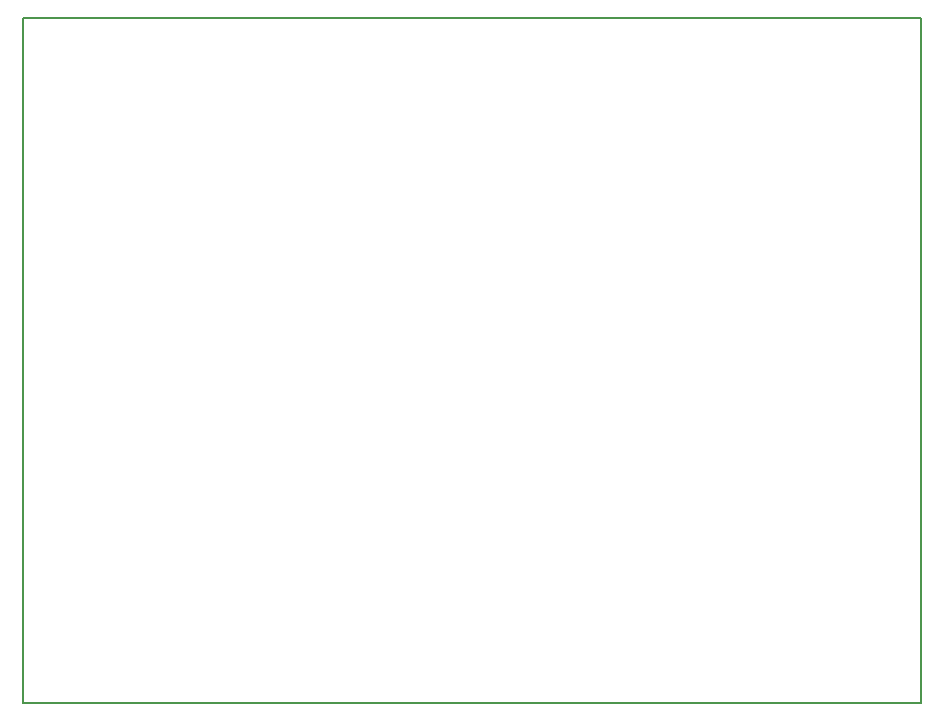
<source format=gbr>
G04 #@! TF.GenerationSoftware,KiCad,Pcbnew,(5.0.1)-4*
G04 #@! TF.CreationDate,2020-12-17T18:24:53+01:00*
G04 #@! TF.ProjectId,controller_water_ballon_linky_connected,636F6E74726F6C6C65725F7761746572,rev?*
G04 #@! TF.SameCoordinates,PX4c4b400PY632ea00*
G04 #@! TF.FileFunction,Profile,NP*
%FSLAX46Y46*%
G04 Gerber Fmt 4.6, Leading zero omitted, Abs format (unit mm)*
G04 Created by KiCad (PCBNEW (5.0.1)-4) date 17/12/2020 18:24:53*
%MOMM*%
%LPD*%
G01*
G04 APERTURE LIST*
%ADD10C,0.150000*%
G04 APERTURE END LIST*
D10*
X76000000Y0D02*
X0Y0D01*
X0Y0D02*
X0Y58000000D01*
X76000000Y58000000D02*
X76000000Y0D01*
X0Y58000000D02*
X76000000Y58000000D01*
M02*

</source>
